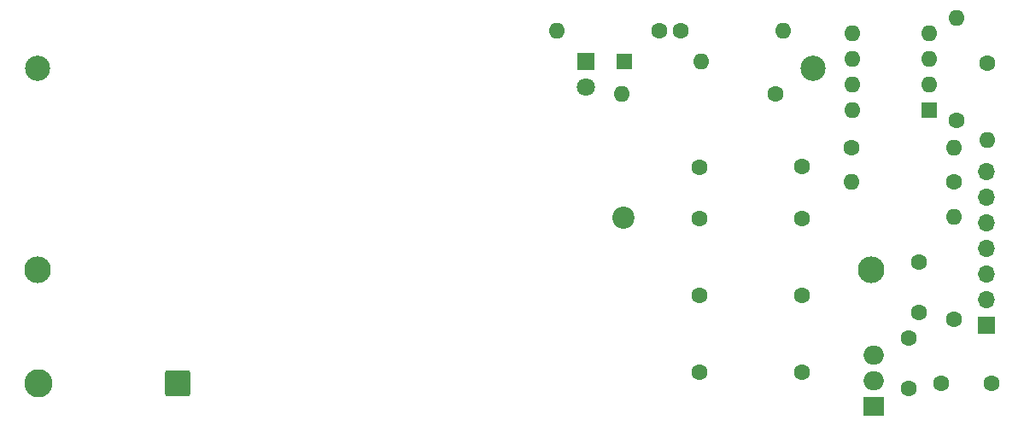
<source format=gbr>
%TF.GenerationSoftware,KiCad,Pcbnew,(6.0.5-0)*%
%TF.CreationDate,2022-06-25T14:04:27+01:00*%
%TF.ProjectId,revised_minh_design,72657669-7365-4645-9f6d-696e685f6465,rev?*%
%TF.SameCoordinates,Original*%
%TF.FileFunction,Soldermask,Top*%
%TF.FilePolarity,Negative*%
%FSLAX46Y46*%
G04 Gerber Fmt 4.6, Leading zero omitted, Abs format (unit mm)*
G04 Created by KiCad (PCBNEW (6.0.5-0)) date 2022-06-25 14:04:27*
%MOMM*%
%LPD*%
G01*
G04 APERTURE LIST*
G04 Aperture macros list*
%AMRoundRect*
0 Rectangle with rounded corners*
0 $1 Rounding radius*
0 $2 $3 $4 $5 $6 $7 $8 $9 X,Y pos of 4 corners*
0 Add a 4 corners polygon primitive as box body*
4,1,4,$2,$3,$4,$5,$6,$7,$8,$9,$2,$3,0*
0 Add four circle primitives for the rounded corners*
1,1,$1+$1,$2,$3*
1,1,$1+$1,$4,$5*
1,1,$1+$1,$6,$7*
1,1,$1+$1,$8,$9*
0 Add four rect primitives between the rounded corners*
20,1,$1+$1,$2,$3,$4,$5,0*
20,1,$1+$1,$4,$5,$6,$7,0*
20,1,$1+$1,$6,$7,$8,$9,0*
20,1,$1+$1,$8,$9,$2,$3,0*%
G04 Aperture macros list end*
%ADD10C,1.600000*%
%ADD11O,1.600000X1.600000*%
%ADD12R,1.600000X1.600000*%
%ADD13C,2.500000*%
%ADD14R,1.800000X1.800000*%
%ADD15C,1.800000*%
%ADD16O,2.000000X1.905000*%
%ADD17R,2.000000X1.905000*%
%ADD18R,1.700000X1.700000*%
%ADD19O,1.700000X1.700000*%
%ADD20C,2.800000*%
%ADD21RoundRect,0.249999X1.025001X-1.025001X1.025001X1.025001X-1.025001X1.025001X-1.025001X-1.025001X0*%
%ADD22C,2.640000*%
%ADD23C,2.200000*%
G04 APERTURE END LIST*
D10*
%TO.C,R1*%
X181229000Y-34544000D03*
D11*
X181229000Y-24384000D03*
%TD*%
D12*
%TO.C,D1*%
X148336000Y-28702000D03*
D11*
X155956000Y-28702000D03*
%TD*%
D10*
%TO.C,C1*%
X184745000Y-60579000D03*
X179745000Y-60579000D03*
%TD*%
%TO.C,R7*%
X180975000Y-40640000D03*
D11*
X170815000Y-40640000D03*
%TD*%
D10*
%TO.C,R5*%
X163322000Y-31877000D03*
D11*
X148082000Y-31877000D03*
%TD*%
D13*
%TO.C, *%
X167005000Y-29337000D03*
%TD*%
D10*
%TO.C,R4*%
X151765000Y-25654000D03*
D11*
X141605000Y-25654000D03*
%TD*%
D14*
%TO.C,D2*%
X144526000Y-28697000D03*
D15*
X144526000Y-31237000D03*
%TD*%
D16*
%TO.C,U1*%
X173030000Y-57785000D03*
X173030000Y-60325000D03*
D17*
X173030000Y-62865000D03*
%TD*%
D10*
%TO.C,C2*%
X176530000Y-56134000D03*
X176530000Y-61134000D03*
%TD*%
%TO.C,C3*%
X177546000Y-53594000D03*
X177546000Y-48594000D03*
%TD*%
%TO.C,R6*%
X153924000Y-25654000D03*
D11*
X164084000Y-25654000D03*
%TD*%
D10*
%TO.C,R8*%
X180975000Y-54229000D03*
D11*
X180975000Y-44069000D03*
%TD*%
D18*
%TO.C,J1*%
X184252000Y-54864000D03*
D19*
X184252000Y-52324000D03*
X184252000Y-49784000D03*
X184252000Y-47244000D03*
X184252000Y-44704000D03*
X184252000Y-42164000D03*
X184252000Y-39624000D03*
%TD*%
D10*
%TO.C,R3*%
X170815000Y-37211000D03*
D11*
X180975000Y-37211000D03*
%TD*%
D13*
%TO.C, *%
X90173800Y-29337000D03*
%TD*%
D10*
%TO.C,R2*%
X184277000Y-28829000D03*
D11*
X184277000Y-36449000D03*
%TD*%
D12*
%TO.C,U2*%
X178552000Y-33518000D03*
D11*
X178552000Y-30978000D03*
X178552000Y-28438000D03*
X178552000Y-25898000D03*
X170932000Y-25898000D03*
X170932000Y-28438000D03*
X170932000Y-30978000D03*
X170932000Y-33518000D03*
%TD*%
D20*
%TO.C,J2*%
X90253000Y-60579000D03*
D21*
X104053000Y-60579000D03*
%TD*%
D22*
%TO.C,U3*%
X172800000Y-49364000D03*
X90173800Y-49364000D03*
D10*
X165948800Y-59464400D03*
X165948800Y-51844400D03*
X165948800Y-44224400D03*
X165948800Y-39102400D03*
X155788800Y-39144400D03*
X155788800Y-44224400D03*
X155788800Y-51844400D03*
X155788800Y-59464400D03*
D23*
X148212800Y-44182400D03*
%TD*%
M02*

</source>
